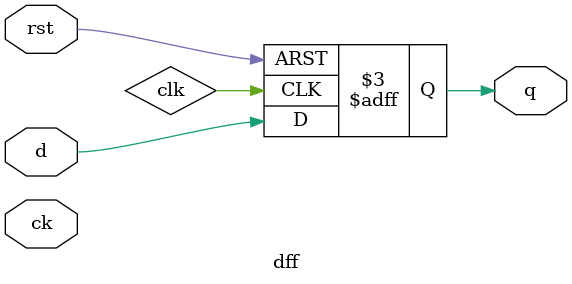
<source format=v>
module dff(d,ck,rst,q);
input wire ck,rst,d;
output reg q;
always@(posedge clk or negedge rst)
   begin
     if(!rst)
         q<=1'b0;
       else
           q<=d;
   end 
endmodule

</source>
